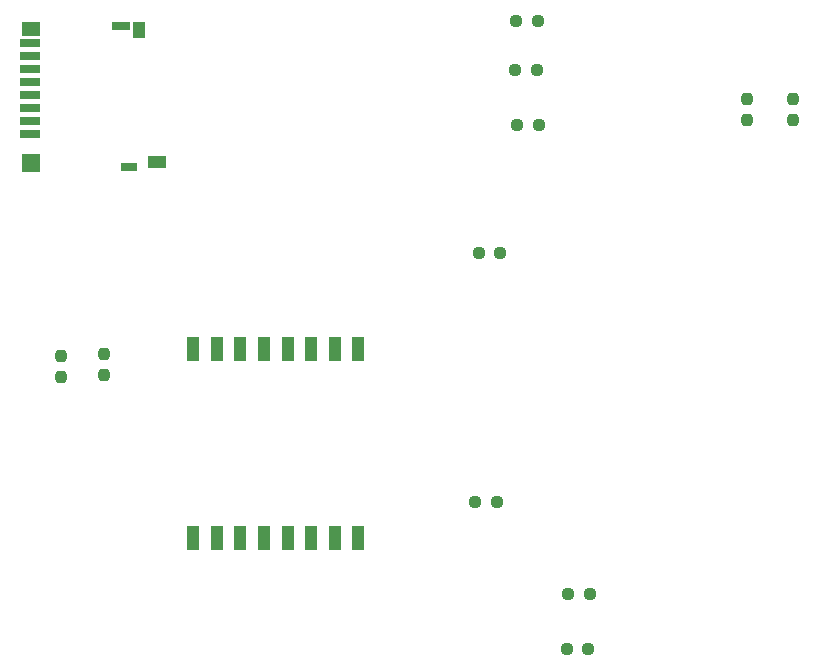
<source format=gbr>
%TF.GenerationSoftware,KiCad,Pcbnew,6.0.11-2627ca5db0~126~ubuntu22.04.1*%
%TF.CreationDate,2023-07-23T23:03:52-04:00*%
%TF.ProjectId,sweet-p,73776565-742d-4702-9e6b-696361645f70,rev?*%
%TF.SameCoordinates,Original*%
%TF.FileFunction,Paste,Top*%
%TF.FilePolarity,Positive*%
%FSLAX46Y46*%
G04 Gerber Fmt 4.6, Leading zero omitted, Abs format (unit mm)*
G04 Created by KiCad (PCBNEW 6.0.11-2627ca5db0~126~ubuntu22.04.1) date 2023-07-23 23:03:52*
%MOMM*%
%LPD*%
G01*
G04 APERTURE LIST*
G04 Aperture macros list*
%AMRoundRect*
0 Rectangle with rounded corners*
0 $1 Rounding radius*
0 $2 $3 $4 $5 $6 $7 $8 $9 X,Y pos of 4 corners*
0 Add a 4 corners polygon primitive as box body*
4,1,4,$2,$3,$4,$5,$6,$7,$8,$9,$2,$3,0*
0 Add four circle primitives for the rounded corners*
1,1,$1+$1,$2,$3*
1,1,$1+$1,$4,$5*
1,1,$1+$1,$6,$7*
1,1,$1+$1,$8,$9*
0 Add four rect primitives between the rounded corners*
20,1,$1+$1,$2,$3,$4,$5,0*
20,1,$1+$1,$4,$5,$6,$7,0*
20,1,$1+$1,$6,$7,$8,$9,0*
20,1,$1+$1,$8,$9,$2,$3,0*%
G04 Aperture macros list end*
%ADD10RoundRect,0.237500X-0.250000X-0.237500X0.250000X-0.237500X0.250000X0.237500X-0.250000X0.237500X0*%
%ADD11RoundRect,0.237500X0.237500X-0.250000X0.237500X0.250000X-0.237500X0.250000X-0.237500X-0.250000X0*%
%ADD12RoundRect,0.237500X-0.237500X0.250000X-0.237500X-0.250000X0.237500X-0.250000X0.237500X0.250000X0*%
%ADD13R,1.750000X0.700000*%
%ADD14R,1.500000X1.300000*%
%ADD15R,1.500000X0.800000*%
%ADD16R,1.400000X0.800000*%
%ADD17R,1.500000X1.500000*%
%ADD18R,1.550000X1.000000*%
%ADD19R,1.000000X1.450000*%
%ADD20R,1.000000X2.000000*%
%ADD21RoundRect,0.237500X0.250000X0.237500X-0.250000X0.237500X-0.250000X-0.237500X0.250000X-0.237500X0*%
G04 APERTURE END LIST*
D10*
%TO.C,R16*%
X68287500Y-47950000D03*
X70112500Y-47950000D03*
%TD*%
D11*
%TO.C,R21*%
X94925000Y-36747500D03*
X94925000Y-34922500D03*
%TD*%
D10*
%TO.C,R14*%
X68000000Y-69075000D03*
X69825000Y-69075000D03*
%TD*%
D11*
%TO.C,R18*%
X32900000Y-58497500D03*
X32900000Y-56672500D03*
%TD*%
D12*
%TO.C,R20*%
X36575000Y-56502500D03*
X36575000Y-58327500D03*
%TD*%
D13*
%TO.C,J8*%
X30275000Y-37900000D03*
X30275000Y-36800000D03*
X30275000Y-35700000D03*
X30275000Y-34600000D03*
X30275000Y-33500000D03*
X30275000Y-32400000D03*
X30275000Y-31300000D03*
X30275000Y-30200000D03*
D14*
X30400000Y-29000000D03*
D15*
X38000000Y-28750000D03*
D16*
X38650000Y-40700000D03*
D17*
X30400000Y-40350000D03*
D18*
X41075000Y-40300000D03*
D19*
X39500000Y-29075000D03*
%TD*%
D20*
%TO.C,U5*%
X58100000Y-56125000D03*
X56100000Y-56125000D03*
X54100000Y-56125000D03*
X52100000Y-56125000D03*
X50100000Y-56125000D03*
X48100000Y-56125000D03*
X46100000Y-56125000D03*
X44100000Y-56125000D03*
X44100000Y-72125000D03*
X46100000Y-72125000D03*
X48100000Y-72125000D03*
X50100000Y-72125000D03*
X52100000Y-72125000D03*
X54100000Y-72125000D03*
X56100000Y-72125000D03*
X58100000Y-72125000D03*
%TD*%
D10*
%TO.C,R1*%
X75847500Y-76875000D03*
X77672500Y-76875000D03*
%TD*%
%TO.C,R6*%
X71457500Y-28375000D03*
X73282500Y-28375000D03*
%TD*%
%TO.C,R10*%
X71382500Y-32475000D03*
X73207500Y-32475000D03*
%TD*%
%TO.C,R3*%
X75745000Y-81550000D03*
X77570000Y-81550000D03*
%TD*%
D11*
%TO.C,R8*%
X90975000Y-36747500D03*
X90975000Y-34922500D03*
%TD*%
D21*
%TO.C,R11*%
X73357500Y-37125000D03*
X71532500Y-37125000D03*
%TD*%
M02*

</source>
